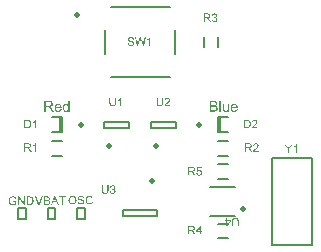
<source format=gto>
%FSLAX33Y33*%
%MOMM*%
%ADD10C,0.15*%
%ADD11C,0.5*%
%ADD12C,0.5*%
%ADD13C,0.5*%
%ADD14C,0.1524*%
%ADD15C,0.3*%
D10*
%LNtop silkscreen_traces*%
%LNtop silkscreen component a909c6ee266bfeb9*%
G01*
X5675Y3525D02*
X5675Y4475D01*
X6325Y4475*
X6325Y3525*
X5675Y3525*
G36*
X5226Y4981D02*
X5226Y5065D01*
X5529Y5065D01*
X5529Y4800D01*
X5494Y4774D01*
X5458Y4751D01*
X5422Y4732D01*
X5385Y4716D01*
X5348Y4704D01*
X5310Y4695D01*
X5272Y4690D01*
X5233Y4688D01*
X5181Y4691D01*
X5132Y4699D01*
X5085Y4713D01*
X5041Y4733D01*
X5001Y4758D01*
X4966Y4788D01*
X4936Y4823D01*
X4911Y4864D01*
X4892Y4908D01*
X4878Y4954D01*
X4870Y5003D01*
X4867Y5054D01*
X4870Y5106D01*
X4878Y5156D01*
X4892Y5203D01*
X4911Y5250D01*
X4935Y5292D01*
X4964Y5328D01*
X4998Y5359D01*
X5037Y5384D01*
X5079Y5403D01*
X5125Y5417D01*
X5174Y5425D01*
X5226Y5428D01*
X5263Y5426D01*
X5299Y5422D01*
X5334Y5414D01*
X5366Y5403D01*
X5396Y5389D01*
X5422Y5373D01*
X5445Y5354D01*
X5464Y5333D01*
X5481Y5309D01*
X5496Y5281D01*
X5508Y5250D01*
X5518Y5216D01*
X5433Y5192D01*
X5424Y5218D01*
X5415Y5241D01*
X5404Y5261D01*
X5393Y5278D01*
X5380Y5293D01*
X5364Y5306D01*
X5346Y5318D01*
X5325Y5328D01*
X5302Y5336D01*
X5278Y5342D01*
X5252Y5346D01*
X5226Y5347D01*
X5195Y5346D01*
X5165Y5342D01*
X5138Y5336D01*
X5114Y5327D01*
X5091Y5317D01*
X5071Y5304D01*
X5053Y5291D01*
X5037Y5275D01*
X5024Y5259D01*
X5011Y5241D01*
X5001Y5223D01*
X4992Y5204D01*
X4980Y5170D01*
X4972Y5135D01*
X4966Y5098D01*
X4965Y5060D01*
X4967Y5014D01*
X4973Y4972D01*
X4983Y4934D01*
X4998Y4900D01*
X5016Y4870D01*
X5038Y4844D01*
X5064Y4822D01*
X5094Y4804D01*
X5126Y4791D01*
X5159Y4781D01*
X5193Y4775D01*
X5227Y4773D01*
X5258Y4775D01*
X5288Y4779D01*
X5318Y4787D01*
X5348Y4797D01*
X5375Y4809D01*
X5399Y4821D01*
X5420Y4834D01*
X5436Y4847D01*
X5436Y4981D01*
X5226Y4981D01*
X5226Y4981D01*
X5668Y4700D02*
X5668Y5416D01*
X5765Y5416D01*
X6141Y4854D01*
X6141Y5416D01*
X6232Y5416D01*
X6232Y4700D01*
X6135Y4700D01*
X5759Y5263D01*
X5759Y4700D01*
X5668Y4700D01*
X5668Y4700D01*
X6391Y4700D02*
X6391Y5416D01*
X6636Y5416D01*
X6636Y5331D01*
X6486Y5331D01*
X6486Y4784D01*
X6486Y4784D01*
X6639Y4784D01*
X6672Y4785D01*
X6702Y4788D01*
X6728Y4792D01*
X6750Y4798D01*
X6769Y4805D01*
X6786Y4814D01*
X6801Y4823D01*
X6814Y4835D01*
X6830Y4853D01*
X6844Y4874D01*
X6856Y4898D01*
X6866Y4925D01*
X6875Y4955D01*
X6881Y4988D01*
X6884Y5024D01*
X6885Y5063D01*
X6883Y5116D01*
X6876Y5163D01*
X6864Y5202D01*
X6848Y5236D01*
X6829Y5264D01*
X6808Y5286D01*
X6784Y5304D01*
X6759Y5317D01*
X6737Y5323D01*
X6709Y5328D01*
X6676Y5330D01*
X6636Y5331D01*
X6636Y5416D01*
X6638Y5416D01*
X6677Y5415D01*
X6711Y5413D01*
X6741Y5410D01*
X6765Y5406D01*
X6795Y5397D01*
X6822Y5386D01*
X6847Y5371D01*
X6870Y5354D01*
X6897Y5329D01*
X6920Y5300D01*
X6939Y5268D01*
X6955Y5232D01*
X6967Y5193D01*
X6976Y5152D01*
X6981Y5108D01*
X6983Y5062D01*
X6982Y5022D01*
X6978Y4985D01*
X6972Y4950D01*
X6964Y4917D01*
X6954Y4887D01*
X6942Y4860D01*
X6929Y4835D01*
X6915Y4813D01*
X6900Y4794D01*
X6884Y4776D01*
X6867Y4761D01*
X6850Y4748D01*
X6831Y4737D01*
X6811Y4727D01*
X6788Y4719D01*
X6764Y4712D01*
X6738Y4707D01*
X6711Y4703D01*
X6681Y4701D01*
X6649Y4700D01*
X6391Y4700D01*
X6391Y4700D01*
G37*
%LNtop silkscreen component 8e14199b85c15e7f*%
X23415Y8125D02*
X22585Y8125D01*
X23415Y6875D02*
X22585Y6875D01*
G36*
X20089Y7200D02*
X20089Y7916D01*
X20406Y7916D01*
X20451Y7915D01*
X20491Y7911D01*
X20524Y7905D01*
X20552Y7897D01*
X20576Y7885D01*
X20597Y7870D01*
X20615Y7851D01*
X20631Y7828D01*
X20644Y7803D01*
X20654Y7777D01*
X20659Y7749D01*
X20661Y7721D01*
X20658Y7684D01*
X20649Y7650D01*
X20633Y7620D01*
X20612Y7592D01*
X20584Y7568D01*
X20549Y7549D01*
X20508Y7535D01*
X20484Y7530D01*
X20469Y7607D01*
X20489Y7613D01*
X20506Y7621D01*
X20521Y7631D01*
X20534Y7643D01*
X20545Y7656D01*
X20553Y7671D01*
X20559Y7687D01*
X20562Y7703D01*
X20564Y7721D01*
X20561Y7745D01*
X20554Y7767D01*
X20543Y7787D01*
X20527Y7804D01*
X20506Y7818D01*
X20479Y7829D01*
X20447Y7835D01*
X20410Y7837D01*
X20184Y7837D01*
X20184Y7600D01*
X20184Y7600D01*
X20387Y7600D01*
X20418Y7601D01*
X20445Y7603D01*
X20469Y7607D01*
X20484Y7530D01*
X20460Y7526D01*
X20477Y7517D01*
X20493Y7508D01*
X20506Y7499D01*
X20517Y7490D01*
X20537Y7470D01*
X20557Y7447D01*
X20576Y7422D01*
X20595Y7395D01*
X20720Y7200D01*
X20601Y7200D01*
X20506Y7349D01*
X20486Y7379D01*
X20468Y7406D01*
X20452Y7429D01*
X20438Y7448D01*
X20425Y7463D01*
X20412Y7477D01*
X20400Y7487D01*
X20390Y7495D01*
X20379Y7502D01*
X20368Y7507D01*
X20357Y7511D01*
X20346Y7514D01*
X20337Y7516D01*
X20325Y7517D01*
X20311Y7518D01*
X20294Y7518D01*
X20184Y7518D01*
X20184Y7200D01*
X20089Y7200D01*
X20089Y7200D01*
X20774Y7388D02*
X20866Y7395D01*
X20873Y7364D01*
X20883Y7336D01*
X20897Y7313D01*
X20914Y7294D01*
X20934Y7279D01*
X20955Y7269D01*
X20979Y7262D01*
X21004Y7260D01*
X21035Y7263D01*
X21063Y7272D01*
X21088Y7287D01*
X21111Y7308D01*
X21131Y7334D01*
X21144Y7364D01*
X21153Y7397D01*
X21155Y7435D01*
X21153Y7470D01*
X21145Y7502D01*
X21132Y7530D01*
X21113Y7554D01*
X21090Y7573D01*
X21064Y7586D01*
X21035Y7594D01*
X21003Y7597D01*
X20982Y7596D01*
X20962Y7592D01*
X20943Y7586D01*
X20926Y7578D01*
X20910Y7567D01*
X20895Y7556D01*
X20883Y7542D01*
X20872Y7528D01*
X20790Y7538D01*
X20859Y7906D01*
X21215Y7906D01*
X21215Y7822D01*
X20929Y7822D01*
X20891Y7630D01*
X20923Y7649D01*
X20957Y7663D01*
X20991Y7672D01*
X21026Y7675D01*
X21071Y7671D01*
X21112Y7658D01*
X21150Y7638D01*
X21184Y7610D01*
X21212Y7575D01*
X21233Y7535D01*
X21245Y7491D01*
X21249Y7443D01*
X21245Y7396D01*
X21234Y7352D01*
X21217Y7312D01*
X21192Y7275D01*
X21154Y7237D01*
X21111Y7210D01*
X21060Y7193D01*
X21004Y7188D01*
X20957Y7191D01*
X20915Y7201D01*
X20878Y7219D01*
X20845Y7242D01*
X20817Y7272D01*
X20796Y7306D01*
X20782Y7345D01*
X20774Y7388D01*
X20774Y7388D01*
G37*
%LNtop silkscreen component 2293443dc90e4631*%
X22625Y18085D02*
X22625Y18915D01*
X21375Y18085D02*
X21375Y18915D01*
G36*
X21389Y20200D02*
X21389Y20916D01*
X21706Y20916D01*
X21751Y20915D01*
X21791Y20911D01*
X21824Y20905D01*
X21852Y20897D01*
X21876Y20885D01*
X21897Y20870D01*
X21915Y20851D01*
X21931Y20828D01*
X21944Y20803D01*
X21954Y20777D01*
X21959Y20749D01*
X21961Y20721D01*
X21958Y20684D01*
X21949Y20650D01*
X21933Y20620D01*
X21912Y20592D01*
X21884Y20568D01*
X21849Y20549D01*
X21808Y20535D01*
X21784Y20530D01*
X21769Y20607D01*
X21789Y20613D01*
X21806Y20621D01*
X21821Y20631D01*
X21834Y20643D01*
X21845Y20656D01*
X21853Y20671D01*
X21859Y20687D01*
X21862Y20703D01*
X21864Y20721D01*
X21861Y20745D01*
X21854Y20767D01*
X21843Y20787D01*
X21827Y20804D01*
X21806Y20818D01*
X21779Y20829D01*
X21747Y20835D01*
X21710Y20837D01*
X21484Y20837D01*
X21484Y20600D01*
X21484Y20600D01*
X21687Y20600D01*
X21718Y20601D01*
X21745Y20603D01*
X21769Y20607D01*
X21784Y20530D01*
X21760Y20526D01*
X21777Y20517D01*
X21793Y20508D01*
X21806Y20499D01*
X21817Y20490D01*
X21837Y20470D01*
X21857Y20447D01*
X21876Y20422D01*
X21895Y20395D01*
X22020Y20200D01*
X21901Y20200D01*
X21806Y20349D01*
X21786Y20379D01*
X21768Y20406D01*
X21752Y20429D01*
X21738Y20448D01*
X21725Y20463D01*
X21712Y20477D01*
X21700Y20487D01*
X21690Y20495D01*
X21679Y20502D01*
X21668Y20507D01*
X21657Y20511D01*
X21646Y20514D01*
X21637Y20516D01*
X21625Y20517D01*
X21611Y20518D01*
X21594Y20518D01*
X21484Y20518D01*
X21484Y20200D01*
X21389Y20200D01*
X21389Y20200D01*
X22075Y20389D02*
X22162Y20401D01*
X22171Y20366D01*
X22183Y20336D01*
X22197Y20312D01*
X22214Y20293D01*
X22233Y20279D01*
X22254Y20268D01*
X22277Y20262D01*
X22303Y20260D01*
X22332Y20263D01*
X22360Y20271D01*
X22385Y20284D01*
X22407Y20303D01*
X22426Y20326D01*
X22439Y20351D01*
X22447Y20379D01*
X22450Y20409D01*
X22448Y20438D01*
X22440Y20465D01*
X22428Y20488D01*
X22410Y20509D01*
X22389Y20527D01*
X22366Y20539D01*
X22339Y20546D01*
X22310Y20549D01*
X22297Y20548D01*
X22282Y20546D01*
X22266Y20543D01*
X22248Y20539D01*
X22258Y20616D01*
X22262Y20616D01*
X22266Y20615D01*
X22269Y20615D01*
X22272Y20615D01*
X22299Y20617D01*
X22325Y20622D01*
X22350Y20632D01*
X22373Y20644D01*
X22393Y20661D01*
X22407Y20682D01*
X22415Y20706D01*
X22418Y20735D01*
X22416Y20758D01*
X22410Y20779D01*
X22399Y20798D01*
X22385Y20815D01*
X22368Y20829D01*
X22348Y20839D01*
X22325Y20845D01*
X22301Y20846D01*
X22276Y20844D01*
X22254Y20838D01*
X22233Y20828D01*
X22215Y20814D01*
X22200Y20796D01*
X22187Y20774D01*
X22178Y20748D01*
X22171Y20718D01*
X22083Y20733D01*
X22094Y20775D01*
X22110Y20812D01*
X22131Y20843D01*
X22157Y20870D01*
X22187Y20891D01*
X22221Y20907D01*
X22258Y20916D01*
X22299Y20919D01*
X22327Y20917D01*
X22355Y20912D01*
X22381Y20905D01*
X22407Y20894D01*
X22430Y20880D01*
X22450Y20864D01*
X22467Y20846D01*
X22482Y20825D01*
X22493Y20803D01*
X22502Y20780D01*
X22506Y20757D01*
X22508Y20733D01*
X22507Y20710D01*
X22502Y20688D01*
X22494Y20668D01*
X22483Y20648D01*
X22469Y20630D01*
X22452Y20614D01*
X22432Y20600D01*
X22409Y20588D01*
X22439Y20578D01*
X22466Y20565D01*
X22489Y20548D01*
X22508Y20527D01*
X22523Y20502D01*
X22534Y20475D01*
X22541Y20445D01*
X22543Y20411D01*
X22539Y20366D01*
X22526Y20325D01*
X22505Y20287D01*
X22475Y20252D01*
X22438Y20224D01*
X22398Y20204D01*
X22352Y20191D01*
X22302Y20187D01*
X22257Y20191D01*
X22216Y20201D01*
X22179Y20219D01*
X22146Y20243D01*
X22118Y20274D01*
X22097Y20308D01*
X22082Y20346D01*
X22075Y20389D01*
X22075Y20389D01*
G37*
%LNtop silkscreen component 65af363b57491b91*%
X23415Y3125D02*
X22585Y3125D01*
X23415Y1875D02*
X22585Y1875D01*
G36*
X20089Y2200D02*
X20089Y2916D01*
X20406Y2916D01*
X20451Y2915D01*
X20491Y2911D01*
X20524Y2905D01*
X20552Y2897D01*
X20576Y2885D01*
X20597Y2870D01*
X20615Y2851D01*
X20631Y2828D01*
X20644Y2803D01*
X20654Y2777D01*
X20659Y2749D01*
X20661Y2721D01*
X20658Y2684D01*
X20649Y2650D01*
X20633Y2620D01*
X20612Y2592D01*
X20584Y2568D01*
X20549Y2549D01*
X20508Y2535D01*
X20484Y2530D01*
X20469Y2607D01*
X20489Y2613D01*
X20506Y2621D01*
X20521Y2631D01*
X20534Y2643D01*
X20545Y2656D01*
X20553Y2671D01*
X20559Y2687D01*
X20562Y2703D01*
X20564Y2721D01*
X20561Y2745D01*
X20554Y2767D01*
X20543Y2787D01*
X20527Y2804D01*
X20506Y2818D01*
X20479Y2829D01*
X20447Y2835D01*
X20410Y2837D01*
X20184Y2837D01*
X20184Y2600D01*
X20184Y2600D01*
X20387Y2600D01*
X20418Y2601D01*
X20445Y2603D01*
X20469Y2607D01*
X20484Y2530D01*
X20460Y2526D01*
X20477Y2517D01*
X20493Y2508D01*
X20506Y2499D01*
X20517Y2490D01*
X20537Y2470D01*
X20557Y2447D01*
X20576Y2422D01*
X20595Y2395D01*
X20720Y2200D01*
X20601Y2200D01*
X20506Y2349D01*
X20486Y2379D01*
X20468Y2406D01*
X20452Y2429D01*
X20438Y2448D01*
X20425Y2463D01*
X20412Y2477D01*
X20400Y2487D01*
X20390Y2495D01*
X20379Y2502D01*
X20368Y2507D01*
X20357Y2511D01*
X20346Y2514D01*
X20337Y2516D01*
X20325Y2517D01*
X20311Y2518D01*
X20294Y2518D01*
X20184Y2518D01*
X20184Y2200D01*
X20089Y2200D01*
X20089Y2200D01*
X21056Y2200D02*
X21056Y2371D01*
X20745Y2371D01*
X20745Y2452D01*
X21000Y2814D01*
X21056Y2775D01*
X20832Y2452D01*
X21056Y2452D01*
X21056Y2452D01*
X21056Y2775D01*
X21000Y2814D01*
X21072Y2916D01*
X21144Y2916D01*
X21144Y2452D01*
X21240Y2452D01*
X21240Y2371D01*
X21144Y2371D01*
X21144Y2200D01*
X21056Y2200D01*
X21056Y2200D01*
G37*
%LNtop silkscreen component 34da612e08865cf2*%
X9415Y10125D02*
X8585Y10125D01*
X9415Y8875D02*
X8585Y8875D01*
G36*
X6189Y9200D02*
X6189Y9916D01*
X6506Y9916D01*
X6551Y9915D01*
X6591Y9911D01*
X6624Y9905D01*
X6652Y9897D01*
X6676Y9885D01*
X6697Y9870D01*
X6715Y9851D01*
X6731Y9828D01*
X6744Y9803D01*
X6754Y9777D01*
X6759Y9749D01*
X6761Y9721D01*
X6758Y9684D01*
X6749Y9650D01*
X6733Y9620D01*
X6712Y9592D01*
X6684Y9568D01*
X6649Y9549D01*
X6608Y9535D01*
X6584Y9530D01*
X6569Y9607D01*
X6589Y9613D01*
X6606Y9621D01*
X6621Y9631D01*
X6634Y9643D01*
X6645Y9656D01*
X6653Y9671D01*
X6659Y9687D01*
X6662Y9703D01*
X6664Y9721D01*
X6661Y9745D01*
X6654Y9767D01*
X6643Y9787D01*
X6627Y9804D01*
X6606Y9818D01*
X6579Y9829D01*
X6547Y9835D01*
X6510Y9837D01*
X6284Y9837D01*
X6284Y9600D01*
X6284Y9600D01*
X6487Y9600D01*
X6518Y9601D01*
X6545Y9603D01*
X6569Y9607D01*
X6584Y9530D01*
X6560Y9526D01*
X6577Y9517D01*
X6593Y9508D01*
X6606Y9499D01*
X6617Y9490D01*
X6637Y9470D01*
X6657Y9447D01*
X6676Y9422D01*
X6695Y9395D01*
X6820Y9200D01*
X6701Y9200D01*
X6606Y9349D01*
X6586Y9379D01*
X6568Y9406D01*
X6552Y9429D01*
X6538Y9448D01*
X6525Y9463D01*
X6512Y9477D01*
X6500Y9487D01*
X6490Y9495D01*
X6479Y9502D01*
X6468Y9507D01*
X6457Y9511D01*
X6446Y9514D01*
X6437Y9516D01*
X6425Y9517D01*
X6411Y9518D01*
X6394Y9518D01*
X6284Y9518D01*
X6284Y9200D01*
X6189Y9200D01*
X6189Y9200D01*
X7205Y9200D02*
X7117Y9200D01*
X7117Y9760D01*
X7100Y9745D01*
X7081Y9730D01*
X7058Y9715D01*
X7034Y9700D01*
X7009Y9685D01*
X6985Y9673D01*
X6963Y9663D01*
X6941Y9654D01*
X6941Y9739D01*
X6977Y9757D01*
X7011Y9777D01*
X7042Y9799D01*
X7070Y9823D01*
X7096Y9848D01*
X7117Y9872D01*
X7135Y9895D01*
X7148Y9919D01*
X7205Y9919D01*
X7205Y9200D01*
X7205Y9200D01*
G37*
%LNtop silkscreen component f49fa6f0a038b7a0*%
X13000Y17500D02*
X13000Y19500D01*
X19000Y17500D02*
X19000Y19500D01*
X13500Y21500D02*
X18500Y21500D01*
X13500Y15500D02*
X18500Y15500D01*
D11*
X10700Y20750D03*
G36*
X14945Y18405D02*
X15034Y18413D01*
X15039Y18387D01*
X15045Y18364D01*
X15053Y18343D01*
X15064Y18325D01*
X15077Y18308D01*
X15093Y18294D01*
X15113Y18280D01*
X15136Y18269D01*
X15161Y18260D01*
X15188Y18253D01*
X15216Y18249D01*
X15246Y18248D01*
X15272Y18249D01*
X15297Y18252D01*
X15320Y18257D01*
X15341Y18264D01*
X15361Y18273D01*
X15378Y18283D01*
X15392Y18295D01*
X15403Y18308D01*
X15412Y18322D01*
X15418Y18337D01*
X15422Y18353D01*
X15423Y18369D01*
X15422Y18386D01*
X15419Y18401D01*
X15412Y18415D01*
X15404Y18428D01*
X15393Y18440D01*
X15378Y18451D01*
X15360Y18461D01*
X15339Y18470D01*
X15321Y18477D01*
X15293Y18485D01*
X15257Y18494D01*
X15212Y18505D01*
X15166Y18517D01*
X15128Y18528D01*
X15097Y18539D01*
X15074Y18550D01*
X15050Y18564D01*
X15029Y18580D01*
X15012Y18598D01*
X14997Y18617D01*
X14986Y18637D01*
X14979Y18659D01*
X14974Y18682D01*
X14972Y18706D01*
X14974Y18732D01*
X14980Y18758D01*
X14990Y18783D01*
X15003Y18807D01*
X15020Y18829D01*
X15041Y18849D01*
X15065Y18865D01*
X15093Y18879D01*
X15123Y18889D01*
X15155Y18897D01*
X15189Y18902D01*
X15224Y18903D01*
X15263Y18901D01*
X15299Y18897D01*
X15333Y18889D01*
X15365Y18877D01*
X15393Y18863D01*
X15418Y18846D01*
X15440Y18825D01*
X15458Y18802D01*
X15473Y18776D01*
X15483Y18749D01*
X15490Y18720D01*
X15493Y18689D01*
X15402Y18682D01*
X15397Y18714D01*
X15386Y18742D01*
X15372Y18765D01*
X15353Y18785D01*
X15329Y18800D01*
X15301Y18811D01*
X15267Y18817D01*
X15228Y18820D01*
X15188Y18818D01*
X15154Y18812D01*
X15125Y18802D01*
X15103Y18788D01*
X15086Y18771D01*
X15073Y18753D01*
X15066Y18734D01*
X15064Y18712D01*
X15065Y18694D01*
X15071Y18677D01*
X15079Y18662D01*
X15091Y18649D01*
X15111Y18636D01*
X15141Y18623D01*
X15182Y18611D01*
X15234Y18598D01*
X15287Y18585D01*
X15332Y18573D01*
X15367Y18562D01*
X15393Y18552D01*
X15422Y18537D01*
X15447Y18519D01*
X15468Y18500D01*
X15485Y18479D01*
X15498Y18456D01*
X15507Y18431D01*
X15513Y18405D01*
X15515Y18377D01*
X15513Y18349D01*
X15507Y18322D01*
X15496Y18295D01*
X15482Y18269D01*
X15464Y18246D01*
X15442Y18225D01*
X15417Y18206D01*
X15388Y18191D01*
X15356Y18179D01*
X15323Y18170D01*
X15287Y18165D01*
X15250Y18163D01*
X15203Y18165D01*
X15161Y18170D01*
X15122Y18179D01*
X15087Y18191D01*
X15056Y18207D01*
X15029Y18227D01*
X15005Y18250D01*
X14984Y18276D01*
X14968Y18306D01*
X14956Y18337D01*
X14948Y18370D01*
X14945Y18405D01*
X14945Y18405D01*
X15769Y18175D02*
X15579Y18891D01*
X15676Y18891D01*
X15785Y18422D01*
X15794Y18385D01*
X15802Y18348D01*
X15809Y18312D01*
X15816Y18275D01*
X15828Y18326D01*
X15837Y18366D01*
X15844Y18393D01*
X15848Y18407D01*
X15984Y18891D01*
X16098Y18891D01*
X16201Y18529D01*
X16219Y18462D01*
X16234Y18398D01*
X16247Y18335D01*
X16256Y18275D01*
X16264Y18310D01*
X16272Y18348D01*
X16282Y18388D01*
X16292Y18431D01*
X16404Y18891D01*
X16500Y18891D01*
X16303Y18175D01*
X16212Y18175D01*
X16061Y18720D01*
X16053Y18751D01*
X16046Y18776D01*
X16041Y18793D01*
X16039Y18804D01*
X16033Y18781D01*
X16028Y18759D01*
X16023Y18739D01*
X16018Y18720D01*
X15866Y18175D01*
X15769Y18175D01*
X15769Y18175D01*
X16883Y18175D02*
X16796Y18175D01*
X16796Y18735D01*
X16778Y18720D01*
X16759Y18705D01*
X16737Y18690D01*
X16712Y18675D01*
X16687Y18660D01*
X16663Y18648D01*
X16641Y18638D01*
X16620Y18629D01*
X16620Y18714D01*
X16655Y18732D01*
X16689Y18752D01*
X16720Y18774D01*
X16749Y18798D01*
X16774Y18823D01*
X16796Y18847D01*
X16813Y18870D01*
X16827Y18894D01*
X16883Y18894D01*
X16883Y18175D01*
X16883Y18175D01*
G37*
%LNtop silkscreen component f3851719753a70e0*%
D10*
X12925Y11250D02*
X12925Y11750D01*
X15075Y11750*
X15075Y11250*
X12925Y11250*
D11*
X13350Y9700D03*
G36*
X13872Y13791D02*
X13967Y13791D01*
X13967Y13377D01*
X13965Y13326D01*
X13960Y13280D01*
X13953Y13240D01*
X13942Y13206D01*
X13928Y13176D01*
X13908Y13148D01*
X13883Y13124D01*
X13854Y13103D01*
X13820Y13085D01*
X13780Y13073D01*
X13736Y13065D01*
X13687Y13063D01*
X13639Y13065D01*
X13595Y13071D01*
X13557Y13082D01*
X13522Y13097D01*
X13493Y13117D01*
X13467Y13140D01*
X13447Y13167D01*
X13431Y13198D01*
X13419Y13234D01*
X13410Y13275D01*
X13405Y13323D01*
X13404Y13377D01*
X13404Y13791D01*
X13498Y13791D01*
X13498Y13378D01*
X13499Y13334D01*
X13503Y13297D01*
X13508Y13265D01*
X13516Y13240D01*
X13526Y13219D01*
X13539Y13201D01*
X13556Y13185D01*
X13575Y13172D01*
X13598Y13162D01*
X13622Y13154D01*
X13649Y13150D01*
X13679Y13148D01*
X13727Y13151D01*
X13768Y13160D01*
X13801Y13175D01*
X13827Y13196D01*
X13847Y13225D01*
X13861Y13265D01*
X13869Y13316D01*
X13872Y13378D01*
X13872Y13791D01*
X13872Y13791D01*
X14420Y13075D02*
X14332Y13075D01*
X14332Y13635D01*
X14315Y13620D01*
X14295Y13605D01*
X14273Y13590D01*
X14249Y13575D01*
X14223Y13560D01*
X14200Y13548D01*
X14177Y13538D01*
X14156Y13529D01*
X14156Y13614D01*
X14192Y13632D01*
X14225Y13652D01*
X14256Y13674D01*
X14285Y13698D01*
X14311Y13723D01*
X14332Y13747D01*
X14350Y13770D01*
X14363Y13794D01*
X14420Y13794D01*
X14420Y13075D01*
X14420Y13075D01*
G37*
%LNtop silkscreen component 58a3a8cc87aead12*%
D10*
X22585Y8875D02*
X23415Y8875D01*
X22585Y10125D02*
X23415Y10125D01*
G36*
X24889Y9200D02*
X24889Y9916D01*
X25206Y9916D01*
X25251Y9915D01*
X25291Y9911D01*
X25324Y9905D01*
X25352Y9897D01*
X25376Y9885D01*
X25397Y9870D01*
X25415Y9851D01*
X25431Y9828D01*
X25444Y9803D01*
X25454Y9777D01*
X25459Y9749D01*
X25461Y9721D01*
X25458Y9684D01*
X25449Y9650D01*
X25433Y9620D01*
X25412Y9592D01*
X25384Y9568D01*
X25349Y9549D01*
X25308Y9535D01*
X25284Y9530D01*
X25269Y9607D01*
X25289Y9613D01*
X25306Y9621D01*
X25321Y9631D01*
X25334Y9643D01*
X25345Y9656D01*
X25353Y9671D01*
X25359Y9687D01*
X25362Y9703D01*
X25364Y9721D01*
X25361Y9745D01*
X25354Y9767D01*
X25343Y9787D01*
X25327Y9804D01*
X25306Y9818D01*
X25279Y9829D01*
X25247Y9835D01*
X25210Y9837D01*
X24984Y9837D01*
X24984Y9600D01*
X24984Y9600D01*
X25187Y9600D01*
X25218Y9601D01*
X25245Y9603D01*
X25269Y9607D01*
X25284Y9530D01*
X25260Y9526D01*
X25277Y9517D01*
X25293Y9508D01*
X25306Y9499D01*
X25317Y9490D01*
X25337Y9470D01*
X25357Y9447D01*
X25376Y9422D01*
X25395Y9395D01*
X25520Y9200D01*
X25401Y9200D01*
X25306Y9349D01*
X25286Y9379D01*
X25268Y9406D01*
X25252Y9429D01*
X25238Y9448D01*
X25225Y9463D01*
X25212Y9477D01*
X25200Y9487D01*
X25190Y9495D01*
X25179Y9502D01*
X25168Y9507D01*
X25157Y9511D01*
X25146Y9514D01*
X25137Y9516D01*
X25125Y9517D01*
X25111Y9518D01*
X25094Y9518D01*
X24984Y9518D01*
X24984Y9200D01*
X24889Y9200D01*
X24889Y9200D01*
X26036Y9284D02*
X26036Y9200D01*
X25563Y9200D01*
X25563Y9216D01*
X25565Y9231D01*
X25568Y9246D01*
X25573Y9261D01*
X25583Y9285D01*
X25597Y9309D01*
X25612Y9333D01*
X25631Y9356D01*
X25653Y9381D01*
X25680Y9407D01*
X25711Y9435D01*
X25746Y9465D01*
X25800Y9510D01*
X25844Y9550D01*
X25878Y9586D01*
X25904Y9616D01*
X25922Y9644D01*
X25934Y9671D01*
X25942Y9697D01*
X25945Y9722D01*
X25942Y9747D01*
X25935Y9770D01*
X25924Y9791D01*
X25907Y9810D01*
X25887Y9826D01*
X25864Y9837D01*
X25838Y9844D01*
X25810Y9846D01*
X25780Y9844D01*
X25753Y9836D01*
X25729Y9825D01*
X25708Y9808D01*
X25692Y9787D01*
X25680Y9762D01*
X25672Y9734D01*
X25670Y9702D01*
X25579Y9712D01*
X25587Y9759D01*
X25602Y9801D01*
X25622Y9836D01*
X25649Y9866D01*
X25682Y9889D01*
X25720Y9906D01*
X25763Y9915D01*
X25812Y9919D01*
X25861Y9915D01*
X25904Y9904D01*
X25942Y9887D01*
X25975Y9862D01*
X26001Y9831D01*
X26020Y9798D01*
X26031Y9761D01*
X26035Y9720D01*
X26034Y9699D01*
X26031Y9677D01*
X26025Y9656D01*
X26017Y9636D01*
X26007Y9615D01*
X25994Y9593D01*
X25978Y9571D01*
X25959Y9548D01*
X25935Y9523D01*
X25905Y9494D01*
X25868Y9460D01*
X25824Y9422D01*
X25788Y9392D01*
X25759Y9366D01*
X25737Y9347D01*
X25722Y9332D01*
X25711Y9320D01*
X25701Y9308D01*
X25693Y9296D01*
X25685Y9284D01*
X26036Y9284D01*
X26036Y9284D01*
G37*
%LNtop silkscreen component 74906858fadfa986*%
X24050Y6250D02*
X21950Y6250D01*
X24050Y3750D02*
X21950Y3750D01*
D12*
X24735Y4350D03*
G36*
X23888Y2884D02*
X23794Y2884D01*
X23794Y3298D01*
X23795Y3349D01*
X23800Y3395D01*
X23807Y3435D01*
X23818Y3469D01*
X23833Y3499D01*
X23852Y3527D01*
X23877Y3551D01*
X23906Y3572D01*
X23941Y3590D01*
X23980Y3602D01*
X24024Y3610D01*
X24074Y3612D01*
X24122Y3610D01*
X24165Y3604D01*
X24204Y3593D01*
X24238Y3578D01*
X24268Y3558D01*
X24293Y3535D01*
X24313Y3508D01*
X24329Y3477D01*
X24341Y3441D01*
X24350Y3400D01*
X24355Y3352D01*
X24357Y3298D01*
X24357Y2884D01*
X24262Y2884D01*
X24262Y3297D01*
X24261Y3341D01*
X24258Y3378D01*
X24252Y3410D01*
X24245Y3435D01*
X24234Y3456D01*
X24221Y3474D01*
X24205Y3490D01*
X24185Y3503D01*
X24163Y3513D01*
X24138Y3521D01*
X24111Y3525D01*
X24082Y3527D01*
X24033Y3524D01*
X23992Y3515D01*
X23959Y3500D01*
X23933Y3479D01*
X23913Y3450D01*
X23900Y3410D01*
X23891Y3359D01*
X23888Y3297D01*
X23888Y2884D01*
X23888Y2884D01*
X23390Y3600D02*
X23390Y3429D01*
X23700Y3429D01*
X23700Y3348D01*
X23446Y2986D01*
X23390Y3025D01*
X23614Y3348D01*
X23390Y3348D01*
X23390Y3348D01*
X23390Y3025D01*
X23446Y2986D01*
X23374Y2884D01*
X23302Y2884D01*
X23302Y3348D01*
X23205Y3348D01*
X23205Y3429D01*
X23302Y3429D01*
X23302Y3600D01*
X23390Y3600D01*
X23390Y3600D01*
G37*
%LNtop silkscreen component 830ba2c345a829ca*%
D10*
X16925Y11250D02*
X16925Y11750D01*
X19075Y11750*
X19075Y11250*
X16925Y11250*
D11*
X17350Y9700D03*
G36*
X17872Y13791D02*
X17967Y13791D01*
X17967Y13377D01*
X17965Y13326D01*
X17960Y13280D01*
X17953Y13240D01*
X17942Y13206D01*
X17928Y13176D01*
X17908Y13148D01*
X17883Y13124D01*
X17854Y13103D01*
X17820Y13085D01*
X17780Y13073D01*
X17736Y13065D01*
X17687Y13063D01*
X17639Y13065D01*
X17595Y13071D01*
X17557Y13082D01*
X17522Y13097D01*
X17493Y13117D01*
X17467Y13140D01*
X17447Y13167D01*
X17431Y13198D01*
X17419Y13234D01*
X17410Y13275D01*
X17405Y13323D01*
X17404Y13377D01*
X17404Y13791D01*
X17498Y13791D01*
X17498Y13378D01*
X17499Y13334D01*
X17503Y13297D01*
X17508Y13265D01*
X17516Y13240D01*
X17526Y13219D01*
X17539Y13201D01*
X17556Y13185D01*
X17575Y13172D01*
X17598Y13162D01*
X17622Y13154D01*
X17649Y13150D01*
X17679Y13148D01*
X17727Y13151D01*
X17768Y13160D01*
X17801Y13175D01*
X17827Y13196D01*
X17847Y13225D01*
X17861Y13265D01*
X17869Y13316D01*
X17872Y13378D01*
X17872Y13791D01*
X17872Y13791D01*
X18551Y13159D02*
X18551Y13075D01*
X18077Y13075D01*
X18078Y13091D01*
X18080Y13106D01*
X18083Y13121D01*
X18088Y13136D01*
X18098Y13160D01*
X18111Y13184D01*
X18127Y13208D01*
X18146Y13231D01*
X18168Y13256D01*
X18194Y13282D01*
X18225Y13310D01*
X18261Y13340D01*
X18314Y13385D01*
X18358Y13425D01*
X18393Y13461D01*
X18418Y13491D01*
X18436Y13519D01*
X18449Y13546D01*
X18457Y13572D01*
X18459Y13597D01*
X18457Y13622D01*
X18450Y13645D01*
X18438Y13666D01*
X18422Y13685D01*
X18402Y13701D01*
X18379Y13712D01*
X18353Y13719D01*
X18325Y13721D01*
X18294Y13719D01*
X18267Y13711D01*
X18244Y13700D01*
X18223Y13683D01*
X18206Y13662D01*
X18194Y13637D01*
X18187Y13609D01*
X18184Y13577D01*
X18094Y13587D01*
X18102Y13634D01*
X18116Y13676D01*
X18137Y13711D01*
X18164Y13741D01*
X18197Y13764D01*
X18235Y13781D01*
X18278Y13790D01*
X18326Y13794D01*
X18375Y13790D01*
X18419Y13779D01*
X18457Y13762D01*
X18490Y13737D01*
X18516Y13706D01*
X18535Y13673D01*
X18546Y13636D01*
X18550Y13595D01*
X18549Y13574D01*
X18545Y13552D01*
X18540Y13531D01*
X18532Y13511D01*
X18522Y13490D01*
X18509Y13468D01*
X18493Y13446D01*
X18474Y13423D01*
X18450Y13398D01*
X18419Y13369D01*
X18382Y13335D01*
X18338Y13297D01*
X18302Y13267D01*
X18273Y13241D01*
X18251Y13222D01*
X18237Y13207D01*
X18226Y13195D01*
X18216Y13183D01*
X18207Y13171D01*
X18200Y13159D01*
X18551Y13159D01*
X18551Y13159D01*
G37*
%LNtop silkscreen component 6f40eadbb42f088b*%
D10*
X8175Y3525D02*
X8175Y4475D01*
X8825Y4475*
X8825Y3525*
X8175Y3525*
G36*
X7401Y4700D02*
X7123Y5416D01*
X7226Y5416D01*
X7412Y4896D01*
X7423Y4865D01*
X7433Y4835D01*
X7442Y4806D01*
X7450Y4779D01*
X7458Y4808D01*
X7468Y4837D01*
X7478Y4867D01*
X7488Y4896D01*
X7682Y5416D01*
X7778Y5416D01*
X7498Y4700D01*
X7401Y4700D01*
X7401Y4700D01*
X7859Y4700D02*
X7859Y5416D01*
X8128Y5416D01*
X8167Y5414D01*
X8202Y5410D01*
X8233Y5404D01*
X8259Y5394D01*
X8283Y5382D01*
X8304Y5367D01*
X8322Y5348D01*
X8337Y5327D01*
X8349Y5304D01*
X8358Y5281D01*
X8363Y5257D01*
X8365Y5233D01*
X8364Y5210D01*
X8359Y5188D01*
X8351Y5167D01*
X8340Y5146D01*
X8326Y5127D01*
X8309Y5110D01*
X8289Y5094D01*
X8265Y5081D01*
X8237Y5013D01*
X8224Y5019D01*
X8204Y5024D01*
X8180Y5028D01*
X8152Y5030D01*
X8120Y5031D01*
X7954Y5031D01*
X7954Y4784D01*
X7954Y4784D01*
X8132Y4784D01*
X8154Y4785D01*
X8171Y4785D01*
X8186Y4786D01*
X8197Y4788D01*
X8212Y4791D01*
X8227Y4796D01*
X8240Y4801D01*
X8251Y4807D01*
X8262Y4815D01*
X8271Y4824D01*
X8280Y4835D01*
X8288Y4847D01*
X8294Y4861D01*
X8298Y4875D01*
X8301Y4891D01*
X8302Y4908D01*
X8300Y4927D01*
X8297Y4945D01*
X8290Y4962D01*
X8281Y4977D01*
X8270Y4991D01*
X8257Y5002D01*
X8242Y5012D01*
X8237Y5013D01*
X8265Y5081D01*
X8231Y5138D01*
X8243Y5147D01*
X8254Y5159D01*
X8262Y5172D01*
X8267Y5187D01*
X8271Y5203D01*
X8272Y5221D01*
X8271Y5239D01*
X8268Y5255D01*
X8262Y5270D01*
X8255Y5284D01*
X8245Y5297D01*
X8234Y5307D01*
X8221Y5315D01*
X8206Y5321D01*
X8187Y5326D01*
X8163Y5329D01*
X8133Y5331D01*
X8097Y5331D01*
X7954Y5331D01*
X7954Y5115D01*
X7954Y5115D01*
X8109Y5115D01*
X8138Y5116D01*
X8163Y5117D01*
X8183Y5120D01*
X8199Y5123D01*
X8216Y5130D01*
X8231Y5138D01*
X8265Y5081D01*
X8296Y5070D01*
X8323Y5055D01*
X8346Y5037D01*
X8365Y5016D01*
X8380Y4992D01*
X8391Y4966D01*
X8398Y4938D01*
X8400Y4908D01*
X8399Y4883D01*
X8395Y4859D01*
X8388Y4836D01*
X8379Y4814D01*
X8367Y4794D01*
X8355Y4776D01*
X8341Y4760D01*
X8326Y4747D01*
X8310Y4736D01*
X8291Y4727D01*
X8270Y4719D01*
X8248Y4712D01*
X8223Y4707D01*
X8195Y4703D01*
X8165Y4701D01*
X8132Y4700D01*
X7859Y4700D01*
X7859Y4700D01*
X8452Y4700D02*
X8708Y5367D01*
X8775Y5341D01*
X8768Y5306D01*
X8759Y5272D01*
X8749Y5238D01*
X8737Y5204D01*
X8658Y4994D01*
X8658Y4994D01*
X8901Y4994D01*
X8826Y5192D01*
X8810Y5235D01*
X8796Y5274D01*
X8785Y5310D01*
X8775Y5341D01*
X8708Y5367D01*
X8727Y5416D01*
X8829Y5416D01*
X9122Y4700D01*
X9014Y4700D01*
X8930Y4917D01*
X8631Y4917D01*
X8552Y4700D01*
X8452Y4700D01*
X8452Y4700D01*
X9379Y4700D02*
X9379Y5331D01*
X9144Y5331D01*
X9144Y5416D01*
X9711Y5416D01*
X9711Y5331D01*
X9474Y5331D01*
X9474Y4700D01*
X9379Y4700D01*
X9379Y4700D01*
G37*
%LNtop silkscreen component 3c6ee2f324f7420e*%
X14550Y4248D02*
X17450Y4248D01*
X17450Y3752*
X14550Y3752*
X14550Y4248*
D13*
X16975Y6706D03*
G36*
X13241Y6366D02*
X13336Y6366D01*
X13336Y5952D01*
X13334Y5901D01*
X13329Y5855D01*
X13322Y5815D01*
X13311Y5781D01*
X13296Y5751D01*
X13277Y5723D01*
X13252Y5699D01*
X13223Y5678D01*
X13189Y5660D01*
X13149Y5648D01*
X13105Y5640D01*
X13056Y5638D01*
X13008Y5640D01*
X12964Y5646D01*
X12925Y5657D01*
X12891Y5672D01*
X12862Y5692D01*
X12836Y5715D01*
X12816Y5742D01*
X12800Y5773D01*
X12788Y5809D01*
X12779Y5851D01*
X12774Y5898D01*
X12773Y5952D01*
X12773Y6366D01*
X12867Y6366D01*
X12867Y5953D01*
X12868Y5909D01*
X12872Y5872D01*
X12877Y5840D01*
X12885Y5815D01*
X12895Y5794D01*
X12908Y5776D01*
X12925Y5760D01*
X12944Y5747D01*
X12966Y5737D01*
X12991Y5729D01*
X13018Y5725D01*
X13047Y5723D01*
X13096Y5726D01*
X13137Y5735D01*
X13170Y5750D01*
X13196Y5771D01*
X13216Y5800D01*
X13230Y5840D01*
X13238Y5891D01*
X13241Y5953D01*
X13241Y6366D01*
X13241Y6366D01*
X13458Y5839D02*
X13546Y5851D01*
X13555Y5816D01*
X13566Y5786D01*
X13581Y5762D01*
X13598Y5743D01*
X13617Y5729D01*
X13638Y5718D01*
X13661Y5712D01*
X13686Y5710D01*
X13716Y5713D01*
X13743Y5721D01*
X13768Y5734D01*
X13791Y5753D01*
X13810Y5776D01*
X13823Y5801D01*
X13831Y5829D01*
X13834Y5859D01*
X13831Y5888D01*
X13824Y5915D01*
X13811Y5938D01*
X13794Y5959D01*
X13773Y5977D01*
X13749Y5989D01*
X13723Y5996D01*
X13693Y5999D01*
X13680Y5998D01*
X13665Y5996D01*
X13649Y5993D01*
X13631Y5989D01*
X13641Y6066D01*
X13645Y6066D01*
X13649Y6065D01*
X13652Y6065D01*
X13655Y6065D01*
X13683Y6067D01*
X13709Y6072D01*
X13733Y6082D01*
X13756Y6094D01*
X13776Y6111D01*
X13790Y6132D01*
X13799Y6156D01*
X13801Y6185D01*
X13799Y6208D01*
X13793Y6229D01*
X13783Y6248D01*
X13769Y6265D01*
X13751Y6279D01*
X13731Y6289D01*
X13709Y6295D01*
X13684Y6296D01*
X13660Y6294D01*
X13637Y6288D01*
X13617Y6278D01*
X13599Y6264D01*
X13583Y6246D01*
X13571Y6224D01*
X13561Y6198D01*
X13555Y6168D01*
X13467Y6183D01*
X13478Y6225D01*
X13493Y6262D01*
X13514Y6293D01*
X13540Y6320D01*
X13570Y6341D01*
X13604Y6357D01*
X13641Y6366D01*
X13682Y6369D01*
X13711Y6367D01*
X13738Y6362D01*
X13765Y6355D01*
X13790Y6344D01*
X13813Y6330D01*
X13834Y6314D01*
X13851Y6296D01*
X13866Y6275D01*
X13877Y6253D01*
X13885Y6230D01*
X13890Y6207D01*
X13892Y6183D01*
X13890Y6160D01*
X13885Y6138D01*
X13878Y6118D01*
X13867Y6098D01*
X13853Y6080D01*
X13836Y6064D01*
X13816Y6050D01*
X13793Y6038D01*
X13823Y6028D01*
X13849Y6015D01*
X13872Y5998D01*
X13892Y5977D01*
X13907Y5952D01*
X13918Y5925D01*
X13925Y5895D01*
X13927Y5861D01*
X13923Y5816D01*
X13910Y5775D01*
X13888Y5737D01*
X13858Y5702D01*
X13822Y5674D01*
X13781Y5654D01*
X13736Y5641D01*
X13686Y5637D01*
X13641Y5641D01*
X13599Y5651D01*
X13562Y5669D01*
X13529Y5693D01*
X13501Y5724D01*
X13480Y5758D01*
X13466Y5796D01*
X13458Y5839D01*
X13458Y5839D01*
G37*
%LNtop silkscreen component 1ab0cf254183e8e1*%
D14*
X30600Y1300D02*
X27200Y1300D01*
X27200Y8700*
X30600Y8700*
X30600Y1300*
G36*
X28529Y9100D02*
X28529Y9403D01*
X28253Y9816D01*
X28368Y9816D01*
X28509Y9600D01*
X28528Y9570D01*
X28547Y9539D01*
X28565Y9509D01*
X28582Y9479D01*
X28599Y9508D01*
X28618Y9539D01*
X28638Y9571D01*
X28660Y9605D01*
X28799Y9816D01*
X28909Y9816D01*
X28624Y9403D01*
X28624Y9100D01*
X28529Y9100D01*
X28529Y9100D01*
X29290Y9100D02*
X29202Y9100D01*
X29202Y9660D01*
X29185Y9645D01*
X29165Y9630D01*
X29143Y9615D01*
X29118Y9600D01*
X29093Y9585D01*
X29070Y9573D01*
X29047Y9563D01*
X29026Y9554D01*
X29026Y9639D01*
X29062Y9657D01*
X29095Y9677D01*
X29126Y9699D01*
X29155Y9723D01*
X29180Y9748D01*
X29202Y9772D01*
X29219Y9795D01*
X29233Y9819D01*
X29290Y9819D01*
X29290Y9100D01*
X29290Y9100D01*
G37*
%LNtop silkscreen component c0b1ac0089f46285*%
D10*
X22585Y10875D02*
X23415Y10875D01*
X22585Y12125D02*
X23415Y12125D01*
D15*
X22724Y10945D02*
X22724Y12055D01*
D11*
X20990Y11500D03*
G36*
X24788Y11200D02*
X24788Y11916D01*
X25033Y11916D01*
X25033Y11831D01*
X24882Y11831D01*
X24882Y11284D01*
X24882Y11284D01*
X25035Y11284D01*
X25069Y11285D01*
X25098Y11288D01*
X25124Y11292D01*
X25146Y11298D01*
X25165Y11305D01*
X25182Y11314D01*
X25197Y11323D01*
X25210Y11335D01*
X25226Y11353D01*
X25240Y11374D01*
X25253Y11398D01*
X25263Y11425D01*
X25271Y11455D01*
X25277Y11488D01*
X25280Y11524D01*
X25282Y11563D01*
X25279Y11616D01*
X25272Y11663D01*
X25261Y11702D01*
X25245Y11736D01*
X25225Y11764D01*
X25204Y11786D01*
X25181Y11804D01*
X25155Y11817D01*
X25133Y11823D01*
X25105Y11828D01*
X25072Y11830D01*
X25033Y11831D01*
X25033Y11916D01*
X25034Y11916D01*
X25073Y11915D01*
X25108Y11913D01*
X25137Y11910D01*
X25162Y11906D01*
X25191Y11897D01*
X25219Y11886D01*
X25244Y11871D01*
X25267Y11854D01*
X25293Y11829D01*
X25316Y11800D01*
X25335Y11768D01*
X25351Y11732D01*
X25364Y11693D01*
X25372Y11652D01*
X25378Y11608D01*
X25379Y11562D01*
X25378Y11522D01*
X25375Y11485D01*
X25369Y11450D01*
X25360Y11417D01*
X25350Y11387D01*
X25339Y11360D01*
X25326Y11335D01*
X25311Y11313D01*
X25296Y11294D01*
X25280Y11276D01*
X25264Y11261D01*
X25246Y11248D01*
X25228Y11237D01*
X25207Y11227D01*
X25185Y11219D01*
X25161Y11212D01*
X25135Y11207D01*
X25107Y11203D01*
X25077Y11201D01*
X25046Y11200D01*
X24788Y11200D01*
X24788Y11200D01*
X25936Y11284D02*
X25936Y11200D01*
X25463Y11200D01*
X25463Y11216D01*
X25465Y11231D01*
X25468Y11246D01*
X25473Y11261D01*
X25483Y11285D01*
X25497Y11309D01*
X25512Y11333D01*
X25531Y11356D01*
X25553Y11381D01*
X25580Y11407D01*
X25611Y11435D01*
X25646Y11465D01*
X25700Y11510D01*
X25744Y11550D01*
X25778Y11586D01*
X25804Y11616D01*
X25822Y11644D01*
X25834Y11671D01*
X25842Y11697D01*
X25845Y11722D01*
X25842Y11747D01*
X25835Y11770D01*
X25824Y11791D01*
X25807Y11810D01*
X25787Y11826D01*
X25764Y11837D01*
X25738Y11844D01*
X25710Y11846D01*
X25680Y11844D01*
X25653Y11836D01*
X25629Y11825D01*
X25608Y11808D01*
X25592Y11787D01*
X25580Y11762D01*
X25572Y11734D01*
X25570Y11702D01*
X25479Y11712D01*
X25487Y11759D01*
X25502Y11801D01*
X25522Y11836D01*
X25549Y11866D01*
X25582Y11889D01*
X25620Y11906D01*
X25663Y11915D01*
X25712Y11919D01*
X25761Y11915D01*
X25804Y11904D01*
X25842Y11887D01*
X25875Y11862D01*
X25901Y11831D01*
X25920Y11798D01*
X25931Y11761D01*
X25935Y11720D01*
X25934Y11699D01*
X25931Y11677D01*
X25925Y11656D01*
X25917Y11636D01*
X25907Y11615D01*
X25894Y11593D01*
X25878Y11571D01*
X25859Y11548D01*
X25835Y11523D01*
X25805Y11494D01*
X25768Y11460D01*
X25724Y11422D01*
X25688Y11392D01*
X25659Y11366D01*
X25637Y11347D01*
X25622Y11332D01*
X25611Y11320D01*
X25601Y11308D01*
X25593Y11296D01*
X25585Y11284D01*
X25936Y11284D01*
X25936Y11284D01*
G37*
%LNtop silkscreen component 15cf22b6688a694f*%
D10*
X9415Y12125D02*
X8585Y12125D01*
X9415Y10875D02*
X8585Y10875D01*
D15*
X9276Y12055D02*
X9276Y10945D01*
D12*
X11010Y11500D03*
G36*
X6188Y11200D02*
X6188Y11916D01*
X6433Y11916D01*
X6433Y11831D01*
X6282Y11831D01*
X6282Y11284D01*
X6282Y11284D01*
X6435Y11284D01*
X6469Y11285D01*
X6498Y11288D01*
X6524Y11292D01*
X6546Y11298D01*
X6565Y11305D01*
X6582Y11314D01*
X6597Y11323D01*
X6610Y11335D01*
X6626Y11353D01*
X6640Y11374D01*
X6653Y11398D01*
X6663Y11425D01*
X6671Y11455D01*
X6677Y11488D01*
X6680Y11524D01*
X6682Y11563D01*
X6679Y11616D01*
X6672Y11663D01*
X6661Y11702D01*
X6645Y11736D01*
X6625Y11764D01*
X6604Y11786D01*
X6581Y11804D01*
X6555Y11817D01*
X6533Y11823D01*
X6505Y11828D01*
X6472Y11830D01*
X6433Y11831D01*
X6433Y11916D01*
X6434Y11916D01*
X6473Y11915D01*
X6508Y11913D01*
X6537Y11910D01*
X6562Y11906D01*
X6591Y11897D01*
X6619Y11886D01*
X6644Y11871D01*
X6667Y11854D01*
X6693Y11829D01*
X6716Y11800D01*
X6735Y11768D01*
X6751Y11732D01*
X6764Y11693D01*
X6772Y11652D01*
X6778Y11608D01*
X6779Y11562D01*
X6778Y11522D01*
X6775Y11485D01*
X6769Y11450D01*
X6760Y11417D01*
X6750Y11387D01*
X6739Y11360D01*
X6726Y11335D01*
X6711Y11313D01*
X6696Y11294D01*
X6680Y11276D01*
X6664Y11261D01*
X6646Y11248D01*
X6628Y11237D01*
X6607Y11227D01*
X6585Y11219D01*
X6561Y11212D01*
X6535Y11207D01*
X6507Y11203D01*
X6477Y11201D01*
X6446Y11200D01*
X6188Y11200D01*
X6188Y11200D01*
X7205Y11200D02*
X7117Y11200D01*
X7117Y11760D01*
X7100Y11745D01*
X7081Y11730D01*
X7058Y11715D01*
X7034Y11700D01*
X7009Y11685D01*
X6985Y11673D01*
X6963Y11663D01*
X6941Y11654D01*
X6941Y11739D01*
X6977Y11757D01*
X7011Y11777D01*
X7042Y11799D01*
X7070Y11823D01*
X7096Y11848D01*
X7117Y11872D01*
X7135Y11895D01*
X7148Y11919D01*
X7205Y11919D01*
X7205Y11200D01*
X7205Y11200D01*
G37*
%LNtop silkscreen component aad800f2e99707d8*%
D10*
X10675Y3525D02*
X10675Y4475D01*
X11325Y4475*
X11325Y3525*
X10675Y3525*
G36*
X9940Y5099D02*
X9946Y5183D01*
X9964Y5258D01*
X9994Y5322D01*
X10036Y5378D01*
X10087Y5422D01*
X10145Y5453D01*
X10210Y5472D01*
X10283Y5479D01*
X10331Y5476D01*
X10377Y5467D01*
X10420Y5452D01*
X10461Y5431D01*
X10499Y5405D01*
X10531Y5374D01*
X10559Y5339D01*
X10583Y5299D01*
X10601Y5255D01*
X10614Y5209D01*
X10622Y5159D01*
X10624Y5107D01*
X10622Y5054D01*
X10613Y5004D01*
X10600Y4957D01*
X10580Y4912D01*
X10556Y4872D01*
X10527Y4837D01*
X10494Y4807D01*
X10456Y4782D01*
X10415Y4763D01*
X10372Y4749D01*
X10348Y4744D01*
X10333Y4824D01*
X10379Y4838D01*
X10421Y4861D01*
X10458Y4894D01*
X10488Y4936D01*
X10509Y4985D01*
X10522Y5042D01*
X10527Y5107D01*
X10525Y5150D01*
X10519Y5189D01*
X10510Y5226D01*
X10497Y5260D01*
X10481Y5291D01*
X10461Y5318D01*
X10438Y5341D01*
X10411Y5361D01*
X10381Y5377D01*
X10350Y5388D01*
X10318Y5395D01*
X10283Y5397D01*
X10235Y5393D01*
X10190Y5380D01*
X10148Y5358D01*
X10110Y5328D01*
X10078Y5288D01*
X10056Y5236D01*
X10042Y5172D01*
X10037Y5097D01*
X10037Y5097D01*
X10042Y5036D01*
X10055Y4982D01*
X10077Y4934D01*
X10107Y4893D01*
X10144Y4861D01*
X10185Y4837D01*
X10231Y4824D01*
X10282Y4819D01*
X10333Y4824D01*
X10348Y4744D01*
X10328Y4741D01*
X10282Y4738D01*
X10233Y4741D01*
X10186Y4750D01*
X10143Y4765D01*
X10101Y4787D01*
X10064Y4813D01*
X10031Y4844D01*
X10004Y4880D01*
X9981Y4920D01*
X9963Y4963D01*
X9950Y5007D01*
X9942Y5052D01*
X9940Y5099D01*
X9940Y5099D01*
X10714Y4980D02*
X10804Y4988D01*
X10808Y4962D01*
X10814Y4939D01*
X10823Y4918D01*
X10833Y4900D01*
X10846Y4883D01*
X10863Y4869D01*
X10882Y4855D01*
X10905Y4844D01*
X10930Y4835D01*
X10957Y4828D01*
X10985Y4824D01*
X11015Y4823D01*
X11041Y4824D01*
X11066Y4827D01*
X11089Y4832D01*
X11111Y4839D01*
X11130Y4848D01*
X11147Y4858D01*
X11161Y4870D01*
X11173Y4883D01*
X11181Y4897D01*
X11188Y4912D01*
X11192Y4928D01*
X11193Y4944D01*
X11192Y4961D01*
X11188Y4976D01*
X11182Y4990D01*
X11173Y5003D01*
X11162Y5015D01*
X11147Y5026D01*
X11130Y5036D01*
X11109Y5045D01*
X11090Y5052D01*
X11063Y5060D01*
X11026Y5069D01*
X10981Y5080D01*
X10936Y5092D01*
X10897Y5103D01*
X10867Y5114D01*
X10843Y5125D01*
X10819Y5139D01*
X10798Y5155D01*
X10781Y5173D01*
X10767Y5192D01*
X10756Y5212D01*
X10748Y5234D01*
X10743Y5257D01*
X10742Y5281D01*
X10744Y5307D01*
X10749Y5333D01*
X10759Y5358D01*
X10772Y5382D01*
X10790Y5404D01*
X10810Y5424D01*
X10834Y5440D01*
X10862Y5454D01*
X10893Y5464D01*
X10925Y5472D01*
X10958Y5477D01*
X10994Y5478D01*
X11032Y5476D01*
X11068Y5472D01*
X11102Y5464D01*
X11134Y5452D01*
X11163Y5438D01*
X11188Y5421D01*
X11209Y5400D01*
X11227Y5377D01*
X11242Y5351D01*
X11253Y5324D01*
X11259Y5295D01*
X11263Y5264D01*
X11172Y5257D01*
X11166Y5289D01*
X11156Y5317D01*
X11141Y5340D01*
X11122Y5360D01*
X11099Y5375D01*
X11070Y5386D01*
X11036Y5392D01*
X10997Y5395D01*
X10957Y5393D01*
X10923Y5387D01*
X10895Y5377D01*
X10872Y5363D01*
X10855Y5346D01*
X10843Y5328D01*
X10835Y5309D01*
X10833Y5287D01*
X10835Y5269D01*
X10840Y5252D01*
X10849Y5237D01*
X10861Y5224D01*
X10880Y5211D01*
X10910Y5198D01*
X10951Y5186D01*
X11004Y5173D01*
X11057Y5160D01*
X11101Y5148D01*
X11136Y5137D01*
X11162Y5127D01*
X11191Y5112D01*
X11216Y5094D01*
X11237Y5075D01*
X11254Y5054D01*
X11267Y5031D01*
X11277Y5006D01*
X11282Y4980D01*
X11284Y4952D01*
X11282Y4924D01*
X11276Y4897D01*
X11266Y4870D01*
X11251Y4844D01*
X11233Y4821D01*
X11212Y4800D01*
X11186Y4781D01*
X11157Y4766D01*
X11126Y4754D01*
X11092Y4745D01*
X11057Y4740D01*
X11019Y4738D01*
X10973Y4740D01*
X10930Y4745D01*
X10891Y4754D01*
X10857Y4766D01*
X10826Y4782D01*
X10798Y4802D01*
X10774Y4825D01*
X10754Y4851D01*
X10737Y4881D01*
X10725Y4912D01*
X10717Y4945D01*
X10714Y4980D01*
X10714Y4980D01*
X11924Y5001D02*
X12019Y4977D01*
X12001Y4922D01*
X11977Y4874D01*
X11948Y4833D01*
X11912Y4799D01*
X11871Y4772D01*
X11826Y4753D01*
X11776Y4742D01*
X11723Y4738D01*
X11667Y4741D01*
X11618Y4750D01*
X11573Y4764D01*
X11534Y4785D01*
X11500Y4811D01*
X11470Y4843D01*
X11445Y4879D01*
X11424Y4921D01*
X11407Y4967D01*
X11396Y5014D01*
X11389Y5063D01*
X11386Y5113D01*
X11389Y5167D01*
X11397Y5218D01*
X11410Y5265D01*
X11429Y5308D01*
X11452Y5347D01*
X11481Y5382D01*
X11513Y5411D01*
X11550Y5435D01*
X11591Y5454D01*
X11633Y5467D01*
X11678Y5475D01*
X11724Y5478D01*
X11776Y5475D01*
X11823Y5464D01*
X11866Y5447D01*
X11905Y5423D01*
X11939Y5393D01*
X11967Y5358D01*
X11990Y5316D01*
X12007Y5270D01*
X11913Y5248D01*
X11900Y5284D01*
X11883Y5315D01*
X11864Y5341D01*
X11841Y5361D01*
X11816Y5377D01*
X11788Y5388D01*
X11756Y5395D01*
X11722Y5397D01*
X11683Y5395D01*
X11646Y5387D01*
X11614Y5375D01*
X11584Y5357D01*
X11558Y5336D01*
X11537Y5311D01*
X11520Y5283D01*
X11506Y5251D01*
X11496Y5218D01*
X11489Y5184D01*
X11485Y5149D01*
X11484Y5114D01*
X11485Y5070D01*
X11490Y5028D01*
X11499Y4990D01*
X11510Y4954D01*
X11526Y4922D01*
X11544Y4895D01*
X11567Y4872D01*
X11593Y4853D01*
X11622Y4838D01*
X11652Y4827D01*
X11683Y4821D01*
X11715Y4819D01*
X11753Y4822D01*
X11788Y4830D01*
X11820Y4845D01*
X11850Y4865D01*
X11875Y4890D01*
X11896Y4922D01*
X11912Y4959D01*
X11924Y5001D01*
X11924Y5001D01*
G37*
%LNtext*%
G36*
X7900Y12600D02*
X7900Y13509D01*
X8303Y13509D01*
X8360Y13508D01*
X8410Y13503D01*
X8452Y13495D01*
X8488Y13485D01*
X8518Y13470D01*
X8545Y13451D01*
X8568Y13427D01*
X8589Y13398D01*
X8605Y13366D01*
X8617Y13333D01*
X8624Y13298D01*
X8627Y13261D01*
X8623Y13215D01*
X8611Y13172D01*
X8591Y13133D01*
X8564Y13098D01*
X8528Y13068D01*
X8484Y13044D01*
X8432Y13026D01*
X8401Y13020D01*
X8382Y13117D01*
X8408Y13125D01*
X8430Y13135D01*
X8449Y13147D01*
X8465Y13162D01*
X8478Y13179D01*
X8489Y13199D01*
X8497Y13219D01*
X8501Y13239D01*
X8503Y13261D01*
X8500Y13292D01*
X8491Y13320D01*
X8476Y13345D01*
X8456Y13367D01*
X8429Y13385D01*
X8395Y13398D01*
X8355Y13406D01*
X8308Y13409D01*
X8020Y13409D01*
X8020Y13108D01*
X8020Y13108D01*
X8279Y13108D01*
X8318Y13109D01*
X8352Y13112D01*
X8382Y13117D01*
X8401Y13020D01*
X8371Y13014D01*
X8393Y13002D01*
X8413Y12991D01*
X8429Y12980D01*
X8443Y12968D01*
X8469Y12943D01*
X8494Y12914D01*
X8519Y12882D01*
X8543Y12847D01*
X8701Y12600D01*
X8550Y12600D01*
X8429Y12789D01*
X8404Y12828D01*
X8381Y12861D01*
X8361Y12890D01*
X8343Y12914D01*
X8326Y12934D01*
X8310Y12951D01*
X8295Y12965D01*
X8282Y12975D01*
X8268Y12983D01*
X8254Y12990D01*
X8241Y12995D01*
X8227Y12999D01*
X8215Y13001D01*
X8200Y13003D01*
X8181Y13003D01*
X8160Y13004D01*
X8020Y13004D01*
X8020Y12600D01*
X7900Y12600D01*
X7900Y12600D01*
X9252Y12812D02*
X9367Y12798D01*
X9350Y12750D01*
X9328Y12708D01*
X9300Y12672D01*
X9266Y12641D01*
X9227Y12617D01*
X9182Y12599D01*
X9132Y12589D01*
X9077Y12585D01*
X9009Y12591D01*
X8948Y12607D01*
X8894Y12635D01*
X8848Y12674D01*
X8811Y12723D01*
X8785Y12781D01*
X8769Y12848D01*
X8764Y12924D01*
X8769Y13002D01*
X8785Y13071D01*
X8812Y13131D01*
X8849Y13182D01*
X8895Y13222D01*
X8948Y13251D01*
X9006Y13268D01*
X9071Y13273D01*
X9081Y13273D01*
X9072Y13182D01*
X9036Y13178D01*
X9002Y13169D01*
X8971Y13153D01*
X8943Y13130D01*
X8920Y13102D01*
X8902Y13070D01*
X8891Y13033D01*
X8885Y12993D01*
X8885Y12993D01*
X9253Y12993D01*
X9248Y13031D01*
X9239Y13065D01*
X9226Y13094D01*
X9211Y13117D01*
X9182Y13145D01*
X9150Y13166D01*
X9113Y13178D01*
X9072Y13182D01*
X9081Y13273D01*
X9134Y13268D01*
X9191Y13251D01*
X9242Y13223D01*
X9287Y13184D01*
X9324Y13134D01*
X9350Y13075D01*
X9366Y13007D01*
X9371Y12931D01*
X9371Y12925D01*
X9371Y12918D01*
X9370Y12910D01*
X9370Y12901D01*
X8879Y12901D01*
X8885Y12850D01*
X8897Y12805D01*
X8916Y12767D01*
X8940Y12735D01*
X8970Y12709D01*
X9002Y12691D01*
X9039Y12680D01*
X9078Y12677D01*
X9108Y12679D01*
X9135Y12685D01*
X9160Y12695D01*
X9183Y12709D01*
X9203Y12728D01*
X9222Y12751D01*
X9238Y12779D01*
X9252Y12812D01*
X9252Y12812D01*
X9934Y12600D02*
X9934Y12683D01*
X9884Y12735D01*
X9885Y12737D01*
X9908Y12771D01*
X9924Y12812D01*
X9933Y12862D01*
X9936Y12919D01*
X9933Y12982D01*
X9923Y13037D01*
X9907Y13082D01*
X9884Y13118D01*
X9857Y13145D01*
X9826Y13165D01*
X9792Y13177D01*
X9756Y13181D01*
X9720Y13177D01*
X9688Y13166D01*
X9658Y13147D01*
X9632Y13120D01*
X9610Y13086D01*
X9594Y13042D01*
X9585Y12990D01*
X9582Y12929D01*
X9582Y12929D01*
X9585Y12869D01*
X9595Y12818D01*
X9612Y12775D01*
X9635Y12740D01*
X9663Y12712D01*
X9693Y12693D01*
X9726Y12681D01*
X9761Y12677D01*
X9796Y12681D01*
X9828Y12692D01*
X9858Y12711D01*
X9884Y12735D01*
X9934Y12683D01*
X9899Y12640D01*
X9857Y12610D01*
X9807Y12591D01*
X9750Y12585D01*
X9712Y12588D01*
X9675Y12596D01*
X9639Y12610D01*
X9605Y12629D01*
X9574Y12652D01*
X9547Y12681D01*
X9523Y12713D01*
X9503Y12750D01*
X9487Y12790D01*
X9476Y12833D01*
X9469Y12880D01*
X9467Y12929D01*
X9469Y12977D01*
X9475Y13023D01*
X9485Y13066D01*
X9500Y13108D01*
X9518Y13145D01*
X9541Y13178D01*
X9568Y13207D01*
X9598Y13231D01*
X9632Y13249D01*
X9668Y13263D01*
X9706Y13271D01*
X9745Y13273D01*
X9774Y13272D01*
X9802Y13267D01*
X9827Y13259D01*
X9851Y13248D01*
X9874Y13235D01*
X9894Y13219D01*
X9911Y13202D01*
X9927Y13183D01*
X9927Y13509D01*
X10038Y13509D01*
X10038Y12600D01*
X9934Y12600D01*
X9934Y12600D01*
X21893Y12600D02*
X21893Y13509D01*
X22234Y13509D01*
X22284Y13507D01*
X22328Y13502D01*
X22367Y13494D01*
X22401Y13481D01*
X22431Y13466D01*
X22457Y13446D01*
X22480Y13423D01*
X22500Y13397D01*
X22515Y13368D01*
X22527Y13338D01*
X22533Y13308D01*
X22535Y13277D01*
X22533Y13248D01*
X22528Y13220D01*
X22518Y13193D01*
X22504Y13167D01*
X22486Y13142D01*
X22464Y13120D01*
X22438Y13101D01*
X22408Y13084D01*
X22373Y12998D01*
X22357Y13005D01*
X22331Y13011D01*
X22300Y13016D01*
X22264Y13019D01*
X22224Y13020D01*
X22013Y13020D01*
X22013Y12707D01*
X22013Y12707D01*
X22240Y12707D01*
X22267Y12708D01*
X22289Y12708D01*
X22308Y12710D01*
X22322Y12712D01*
X22341Y12716D01*
X22360Y12722D01*
X22376Y12728D01*
X22391Y12736D01*
X22404Y12746D01*
X22416Y12758D01*
X22427Y12771D01*
X22437Y12787D01*
X22445Y12804D01*
X22450Y12823D01*
X22454Y12842D01*
X22455Y12864D01*
X22453Y12888D01*
X22448Y12911D01*
X22440Y12932D01*
X22429Y12952D01*
X22415Y12969D01*
X22398Y12984D01*
X22378Y12996D01*
X22373Y12998D01*
X22408Y13084D01*
X22365Y13156D01*
X22381Y13168D01*
X22394Y13183D01*
X22404Y13200D01*
X22411Y13219D01*
X22416Y13239D01*
X22417Y13262D01*
X22416Y13284D01*
X22412Y13305D01*
X22405Y13324D01*
X22395Y13342D01*
X22383Y13358D01*
X22369Y13371D01*
X22352Y13381D01*
X22333Y13389D01*
X22310Y13395D01*
X22279Y13399D01*
X22240Y13401D01*
X22195Y13402D01*
X22013Y13402D01*
X22013Y13127D01*
X22013Y13127D01*
X22210Y13127D01*
X22247Y13128D01*
X22279Y13130D01*
X22304Y13133D01*
X22325Y13138D01*
X22346Y13146D01*
X22365Y13156D01*
X22408Y13084D01*
X22447Y13069D01*
X22481Y13051D01*
X22511Y13028D01*
X22535Y13001D01*
X22555Y12971D01*
X22568Y12938D01*
X22577Y12902D01*
X22579Y12864D01*
X22578Y12832D01*
X22573Y12802D01*
X22564Y12773D01*
X22553Y12745D01*
X22538Y12719D01*
X22522Y12696D01*
X22505Y12677D01*
X22486Y12660D01*
X22465Y12646D01*
X22441Y12634D01*
X22415Y12624D01*
X22386Y12615D01*
X22355Y12609D01*
X22320Y12604D01*
X22281Y12601D01*
X22240Y12600D01*
X21893Y12600D01*
X21893Y12600D01*
X22728Y12600D02*
X22728Y13509D01*
X22840Y13509D01*
X22840Y12600D01*
X22728Y12600D01*
X22728Y12600D01*
X23445Y12600D02*
X23445Y12697D01*
X23403Y12648D01*
X23354Y12613D01*
X23298Y12592D01*
X23236Y12585D01*
X23207Y12587D01*
X23179Y12591D01*
X23152Y12598D01*
X23127Y12607D01*
X23103Y12619D01*
X23083Y12633D01*
X23066Y12647D01*
X23052Y12664D01*
X23040Y12681D01*
X23031Y12701D01*
X23023Y12723D01*
X23017Y12746D01*
X23014Y12765D01*
X23012Y12789D01*
X23011Y12817D01*
X23010Y12851D01*
X23010Y13259D01*
X23122Y13259D01*
X23122Y12893D01*
X23123Y12853D01*
X23124Y12820D01*
X23126Y12794D01*
X23129Y12775D01*
X23136Y12755D01*
X23145Y12736D01*
X23158Y12720D01*
X23174Y12706D01*
X23192Y12695D01*
X23212Y12688D01*
X23234Y12683D01*
X23258Y12681D01*
X23283Y12683D01*
X23307Y12688D01*
X23330Y12696D01*
X23352Y12707D01*
X23373Y12721D01*
X23390Y12737D01*
X23404Y12756D01*
X23414Y12777D01*
X23422Y12802D01*
X23428Y12831D01*
X23432Y12866D01*
X23433Y12906D01*
X23433Y13259D01*
X23544Y13259D01*
X23544Y12600D01*
X23445Y12600D01*
X23445Y12600D01*
X24170Y12812D02*
X24285Y12798D01*
X24269Y12750D01*
X24247Y12708D01*
X24218Y12672D01*
X24184Y12641D01*
X24145Y12617D01*
X24100Y12599D01*
X24051Y12589D01*
X23996Y12585D01*
X23927Y12591D01*
X23866Y12607D01*
X23813Y12635D01*
X23767Y12674D01*
X23730Y12723D01*
X23703Y12781D01*
X23687Y12848D01*
X23682Y12924D01*
X23687Y13002D01*
X23703Y13071D01*
X23730Y13131D01*
X23768Y13182D01*
X23814Y13222D01*
X23866Y13251D01*
X23925Y13268D01*
X23990Y13273D01*
X23999Y13273D01*
X23991Y13182D01*
X23954Y13178D01*
X23920Y13169D01*
X23889Y13153D01*
X23862Y13130D01*
X23838Y13102D01*
X23821Y13070D01*
X23809Y13033D01*
X23804Y12993D01*
X23804Y12993D01*
X24171Y12993D01*
X24166Y13031D01*
X24157Y13065D01*
X24145Y13094D01*
X24129Y13117D01*
X24101Y13145D01*
X24068Y13166D01*
X24031Y13178D01*
X23991Y13182D01*
X23999Y13273D01*
X24053Y13268D01*
X24110Y13251D01*
X24161Y13223D01*
X24205Y13184D01*
X24242Y13134D01*
X24268Y13075D01*
X24284Y13007D01*
X24289Y12931D01*
X24289Y12925D01*
X24289Y12918D01*
X24289Y12910D01*
X24289Y12901D01*
X23797Y12901D01*
X23804Y12850D01*
X23816Y12805D01*
X23834Y12767D01*
X23859Y12735D01*
X23888Y12709D01*
X23921Y12691D01*
X23957Y12680D01*
X23996Y12677D01*
X24026Y12679D01*
X24053Y12685D01*
X24078Y12695D01*
X24101Y12709D01*
X24122Y12728D01*
X24140Y12751D01*
X24156Y12779D01*
X24170Y12812D01*
X24170Y12812D01*
G37*
M02*
</source>
